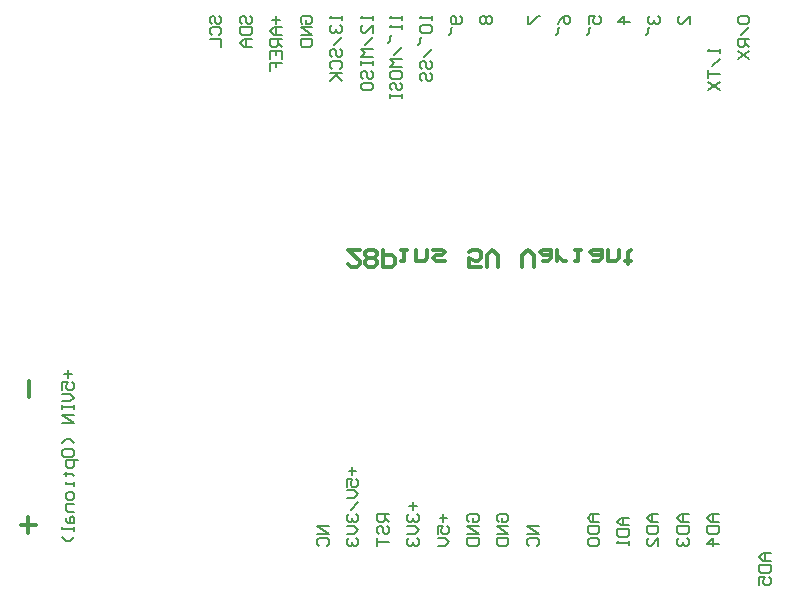
<source format=gbo>
G04 Layer_Color=32896*
%FSLAX44Y44*%
%MOMM*%
G71*
G01*
G75*
%ADD33C,0.2000*%
%ADD61C,0.3000*%
D33*
X568000Y74000D02*
X561335D01*
X558003Y70668D01*
X561335Y67336D01*
X568000D01*
X563002D01*
Y74000D01*
X558003Y64003D02*
X568000D01*
Y59005D01*
X566334Y57339D01*
X559669D01*
X558003Y59005D01*
Y64003D01*
X568000Y47342D02*
Y54006D01*
X561335Y47342D01*
X559669D01*
X558003Y49008D01*
Y52340D01*
X559669Y54006D01*
X663000Y41000D02*
X656336D01*
X653003Y37668D01*
X656336Y34335D01*
X663000D01*
X658002D01*
Y41000D01*
X653003Y31003D02*
X663000D01*
Y26005D01*
X661334Y24339D01*
X654669D01*
X653003Y26005D01*
Y31003D01*
Y14342D02*
Y21006D01*
X658002D01*
X656336Y17674D01*
Y16008D01*
X658002Y14342D01*
X661334D01*
X663000Y16008D01*
Y19340D01*
X661334Y21006D01*
X619000Y74000D02*
X612336D01*
X609003Y70668D01*
X612336Y67336D01*
X619000D01*
X614002D01*
Y74000D01*
X609003Y64003D02*
X619000D01*
Y59005D01*
X617334Y57339D01*
X610669D01*
X609003Y59005D01*
Y64003D01*
X619000Y49008D02*
X609003D01*
X614002Y54006D01*
Y47342D01*
X594000Y74000D02*
X587336D01*
X584003Y70668D01*
X587336Y67336D01*
X594000D01*
X589002D01*
Y74000D01*
X584003Y64003D02*
X594000D01*
Y59005D01*
X592334Y57339D01*
X585669D01*
X584003Y59005D01*
Y64003D01*
X585669Y54006D02*
X584003Y52340D01*
Y49008D01*
X585669Y47342D01*
X587336D01*
X589002Y49008D01*
Y50674D01*
Y49008D01*
X590668Y47342D01*
X592334D01*
X594000Y49008D01*
Y52340D01*
X592334Y54006D01*
X543000Y71000D02*
X536335D01*
X533003Y67668D01*
X536335Y64335D01*
X543000D01*
X538002D01*
Y71000D01*
X533003Y61003D02*
X543000D01*
Y56005D01*
X541334Y54339D01*
X534669D01*
X533003Y56005D01*
Y61003D01*
X543000Y51006D02*
Y47674D01*
Y49340D01*
X533003D01*
X534669Y51006D01*
X518000Y74000D02*
X511335D01*
X508003Y70668D01*
X511335Y67336D01*
X518000D01*
X513002D01*
Y74000D01*
X508003Y64003D02*
X518000D01*
Y59005D01*
X516334Y57339D01*
X509669D01*
X508003Y59005D01*
Y64003D01*
X509669Y54006D02*
X508003Y52340D01*
Y49008D01*
X509669Y47342D01*
X516334D01*
X518000Y49008D01*
Y52340D01*
X516334Y54006D01*
X509669D01*
X289000Y64000D02*
X279003D01*
X289000Y57336D01*
X279003D01*
X280669Y47339D02*
X279003Y49005D01*
Y52337D01*
X280669Y54003D01*
X287334D01*
X289000Y52337D01*
Y49005D01*
X287334Y47339D01*
X467000Y64000D02*
X457003D01*
X467000Y57336D01*
X457003D01*
X458669Y47339D02*
X457003Y49005D01*
Y52337D01*
X458669Y54003D01*
X465334D01*
X467000Y52337D01*
Y49005D01*
X465334Y47339D01*
X432669Y67336D02*
X431003Y69002D01*
Y72334D01*
X432669Y74000D01*
X439334D01*
X441000Y72334D01*
Y69002D01*
X439334Y67336D01*
X436002D01*
Y70668D01*
X441000Y64003D02*
X431003D01*
X441000Y57339D01*
X431003D01*
Y54006D02*
X441000D01*
Y49008D01*
X439334Y47342D01*
X432669D01*
X431003Y49008D01*
Y54006D01*
X407669Y67336D02*
X406003Y69002D01*
Y72334D01*
X407669Y74000D01*
X414334D01*
X416000Y72334D01*
Y69002D01*
X414334Y67336D01*
X411002D01*
Y70668D01*
X416000Y64003D02*
X406003D01*
X416000Y57339D01*
X406003D01*
Y54006D02*
X416000D01*
Y49008D01*
X414334Y47342D01*
X407669D01*
X406003Y49008D01*
Y54006D01*
X386002Y74000D02*
Y67336D01*
X382669Y70668D02*
X389334D01*
X381003Y57339D02*
Y64003D01*
X386002D01*
X384336Y60671D01*
Y59005D01*
X386002Y57339D01*
X389334D01*
X391000Y59005D01*
Y62337D01*
X389334Y64003D01*
X381003Y54006D02*
X387668D01*
X391000Y50674D01*
X387668Y47342D01*
X381003D01*
X360002Y84000D02*
Y77336D01*
X356669Y80668D02*
X363334D01*
X356669Y74003D02*
X355003Y72337D01*
Y69005D01*
X356669Y67339D01*
X358335D01*
X360002Y69005D01*
Y70671D01*
Y69005D01*
X361668Y67339D01*
X363334D01*
X365000Y69005D01*
Y72337D01*
X363334Y74003D01*
X355003Y64007D02*
X361668D01*
X365000Y60674D01*
X361668Y57342D01*
X355003D01*
X356669Y54010D02*
X355003Y52344D01*
Y49011D01*
X356669Y47345D01*
X358335D01*
X360002Y49011D01*
Y50677D01*
Y49011D01*
X361668Y47345D01*
X363334D01*
X365000Y49011D01*
Y52344D01*
X363334Y54010D01*
X340000Y74000D02*
X330003D01*
Y69002D01*
X331669Y67336D01*
X335002D01*
X336668Y69002D01*
Y74000D01*
Y70668D02*
X340000Y67336D01*
X331669Y57339D02*
X330003Y59005D01*
Y62337D01*
X331669Y64003D01*
X333335D01*
X335002Y62337D01*
Y59005D01*
X336668Y57339D01*
X338334D01*
X340000Y59005D01*
Y62337D01*
X338334Y64003D01*
X330003Y54006D02*
Y47342D01*
Y50674D01*
X340000D01*
X309002Y114000D02*
Y107336D01*
X305669Y110668D02*
X312334D01*
X304003Y97339D02*
Y104003D01*
X309002D01*
X307335Y100671D01*
Y99005D01*
X309002Y97339D01*
X312334D01*
X314000Y99005D01*
Y102337D01*
X312334Y104003D01*
X304003Y94006D02*
X310668D01*
X314000Y90674D01*
X310668Y87342D01*
X304003D01*
X314000Y84010D02*
X307335Y77345D01*
X305669Y74013D02*
X304003Y72347D01*
Y69015D01*
X305669Y67348D01*
X307335D01*
X309002Y69015D01*
Y70681D01*
Y69015D01*
X310668Y67348D01*
X312334D01*
X314000Y69015D01*
Y72347D01*
X312334Y74013D01*
X304003Y64016D02*
X310668D01*
X314000Y60684D01*
X310668Y57352D01*
X304003D01*
X305669Y54019D02*
X304003Y52353D01*
Y49021D01*
X305669Y47355D01*
X307335D01*
X309002Y49021D01*
Y50687D01*
Y49021D01*
X310668Y47355D01*
X312334D01*
X314000Y49021D01*
Y52353D01*
X312334Y54019D01*
X636669Y496000D02*
X635003Y494334D01*
Y491002D01*
X636669Y489336D01*
X643334D01*
X645000Y491002D01*
Y494334D01*
X643334Y496000D01*
X636669D01*
X645000Y486003D02*
X638335Y479339D01*
X645000Y476006D02*
X635003D01*
Y471008D01*
X636669Y469342D01*
X640002D01*
X641668Y471008D01*
Y476006D01*
Y472674D02*
X645000Y469342D01*
X635003Y466010D02*
X645000Y459345D01*
X635003D02*
X645000Y466010D01*
X620000Y468000D02*
Y464668D01*
Y466334D01*
X610003D01*
X611669Y468000D01*
X620000Y459669D02*
X613335Y453005D01*
X610003Y449673D02*
Y443008D01*
Y446340D01*
X620000D01*
X610003Y439676D02*
X620000Y433011D01*
X610003D02*
X620000Y439676D01*
X595000Y489336D02*
Y496000D01*
X588335Y489336D01*
X586669D01*
X585003Y491002D01*
Y494334D01*
X586669Y496000D01*
X560669D02*
X559003Y494334D01*
Y491002D01*
X560669Y489336D01*
X562336D01*
X564002Y491002D01*
Y492668D01*
Y491002D01*
X565668Y489336D01*
X567334D01*
X569000Y491002D01*
Y494334D01*
X567334Y496000D01*
X560669Y486003D02*
X559003Y484337D01*
Y481005D01*
X557337Y479339D01*
X544000Y491002D02*
X534003D01*
X539002Y496000D01*
Y489336D01*
X509003D02*
Y496000D01*
X514002D01*
X512336Y492668D01*
Y491002D01*
X514002Y489336D01*
X517334D01*
X519000Y491002D01*
Y494334D01*
X517334Y496000D01*
X510669Y486003D02*
X509003Y484337D01*
Y481005D01*
X507337Y479339D01*
X483003Y489336D02*
X484669Y492668D01*
X488002Y496000D01*
X491334D01*
X493000Y494334D01*
Y491002D01*
X491334Y489336D01*
X489668D01*
X488002Y491002D01*
Y496000D01*
X484669Y486003D02*
X483003Y484337D01*
Y481005D01*
X481337Y479339D01*
X458003Y496000D02*
Y489336D01*
X459669D01*
X466334Y496000D01*
X468000D01*
X418669D02*
X417003Y494334D01*
Y491002D01*
X418669Y489336D01*
X420336D01*
X422002Y491002D01*
X423668Y489336D01*
X425334D01*
X427000Y491002D01*
Y494334D01*
X425334Y496000D01*
X423668D01*
X422002Y494334D01*
X420336Y496000D01*
X418669D01*
X422002Y494334D02*
Y491002D01*
X400334Y496000D02*
X402000Y494334D01*
Y491002D01*
X400334Y489336D01*
X393669D01*
X392003Y491002D01*
Y494334D01*
X393669Y496000D01*
X395336D01*
X397002Y494334D01*
Y489336D01*
X393669Y486003D02*
X392003Y484337D01*
Y481005D01*
X390337Y479339D01*
X376000Y496000D02*
Y492668D01*
Y494334D01*
X366003D01*
X367669Y496000D01*
Y487669D02*
X366003Y486003D01*
Y482671D01*
X367669Y481005D01*
X374334D01*
X376000Y482671D01*
Y486003D01*
X374334Y487669D01*
X367669D01*
Y477673D02*
X366003Y476006D01*
Y472674D01*
X364337Y471008D01*
X376000Y467676D02*
X369336Y461011D01*
X367669Y451015D02*
X366003Y452681D01*
Y456013D01*
X367669Y457679D01*
X369336D01*
X371002Y456013D01*
Y452681D01*
X372668Y451015D01*
X374334D01*
X376000Y452681D01*
Y456013D01*
X374334Y457679D01*
X367669Y441018D02*
X366003Y442684D01*
Y446016D01*
X367669Y447682D01*
X369336D01*
X371002Y446016D01*
Y442684D01*
X372668Y441018D01*
X374334D01*
X376000Y442684D01*
Y446016D01*
X374334Y447682D01*
X351000Y496000D02*
Y492668D01*
Y494334D01*
X341003D01*
X342669Y496000D01*
X351000Y487669D02*
Y484337D01*
Y486003D01*
X341003D01*
X342669Y487669D01*
Y479339D02*
X341003Y477673D01*
Y474340D01*
X339337Y472674D01*
X351000Y469342D02*
X344336Y462677D01*
X351000Y459345D02*
X341003D01*
X344336Y456013D01*
X341003Y452681D01*
X351000D01*
X341003Y444350D02*
Y447682D01*
X342669Y449348D01*
X349334D01*
X351000Y447682D01*
Y444350D01*
X349334Y442684D01*
X342669D01*
X341003Y444350D01*
X342669Y432687D02*
X341003Y434353D01*
Y437686D01*
X342669Y439352D01*
X344336D01*
X346002Y437686D01*
Y434353D01*
X347668Y432687D01*
X349334D01*
X351000Y434353D01*
Y437686D01*
X349334Y439352D01*
X341003Y429355D02*
Y426023D01*
Y427689D01*
X351000D01*
Y429355D01*
Y426023D01*
X326000Y496000D02*
Y492668D01*
Y494334D01*
X316003D01*
X317669Y496000D01*
X326000Y481005D02*
Y487669D01*
X319335Y481005D01*
X317669D01*
X316003Y482671D01*
Y486003D01*
X317669Y487669D01*
X326000Y477673D02*
X319335Y471008D01*
X326000Y467676D02*
X316003D01*
X319335Y464343D01*
X316003Y461011D01*
X326000D01*
X316003Y457679D02*
Y454347D01*
Y456013D01*
X326000D01*
Y457679D01*
Y454347D01*
X317669Y442684D02*
X316003Y444350D01*
Y447682D01*
X317669Y449348D01*
X319335D01*
X321002Y447682D01*
Y444350D01*
X322668Y442684D01*
X324334D01*
X326000Y444350D01*
Y447682D01*
X324334Y449348D01*
X316003Y434353D02*
Y437686D01*
X317669Y439352D01*
X324334D01*
X326000Y437686D01*
Y434353D01*
X324334Y432687D01*
X317669D01*
X316003Y434353D01*
X300000Y496000D02*
Y492668D01*
Y494334D01*
X290003D01*
X291669Y496000D01*
Y487669D02*
X290003Y486003D01*
Y482671D01*
X291669Y481005D01*
X293335D01*
X295002Y482671D01*
Y484337D01*
Y482671D01*
X296668Y481005D01*
X298334D01*
X300000Y482671D01*
Y486003D01*
X298334Y487669D01*
X300000Y477673D02*
X293335Y471008D01*
X291669Y461011D02*
X290003Y462677D01*
Y466010D01*
X291669Y467676D01*
X293335D01*
X295002Y466010D01*
Y462677D01*
X296668Y461011D01*
X298334D01*
X300000Y462677D01*
Y466010D01*
X298334Y467676D01*
X291669Y451015D02*
X290003Y452681D01*
Y456013D01*
X291669Y457679D01*
X298334D01*
X300000Y456013D01*
Y452681D01*
X298334Y451015D01*
X290003Y447682D02*
X300000D01*
X296668D01*
X290003Y441018D01*
X295002Y446016D01*
X300000Y441018D01*
X266669Y489336D02*
X265003Y491002D01*
Y494334D01*
X266669Y496000D01*
X273334D01*
X275000Y494334D01*
Y491002D01*
X273334Y489336D01*
X270002D01*
Y492668D01*
X275000Y486003D02*
X265003D01*
X275000Y479339D01*
X265003D01*
Y476006D02*
X275000D01*
Y471008D01*
X273334Y469342D01*
X266669D01*
X265003Y471008D01*
Y476006D01*
X244002Y496000D02*
Y489336D01*
X240669Y492668D02*
X247334D01*
X249000Y486003D02*
X242335D01*
X239003Y482671D01*
X242335Y479339D01*
X249000D01*
X244002D01*
Y486003D01*
X249000Y476006D02*
X239003D01*
Y471008D01*
X240669Y469342D01*
X244002D01*
X245668Y471008D01*
Y476006D01*
Y472674D02*
X249000Y469342D01*
X239003Y459345D02*
Y466010D01*
X249000D01*
Y459345D01*
X244002Y466010D02*
Y462677D01*
X239003Y449348D02*
Y456013D01*
X244002D01*
Y452681D01*
Y456013D01*
X249000D01*
X215669Y489336D02*
X214003Y491002D01*
Y494334D01*
X215669Y496000D01*
X217335D01*
X219002Y494334D01*
Y491002D01*
X220668Y489336D01*
X222334D01*
X224000Y491002D01*
Y494334D01*
X222334Y496000D01*
X214003Y486003D02*
X224000D01*
Y481005D01*
X222334Y479339D01*
X215669D01*
X214003Y481005D01*
Y486003D01*
X224000Y476006D02*
X217335D01*
X214003Y472674D01*
X217335Y469342D01*
X224000D01*
X219002D01*
Y476006D01*
X189669Y489336D02*
X188003Y491002D01*
Y494334D01*
X189669Y496000D01*
X191336D01*
X193002Y494334D01*
Y491002D01*
X194668Y489336D01*
X196334D01*
X198000Y491002D01*
Y494334D01*
X196334Y496000D01*
X189669Y479339D02*
X188003Y481005D01*
Y484337D01*
X189669Y486003D01*
X196334D01*
X198000Y484337D01*
Y481005D01*
X196334Y479339D01*
X188003Y476006D02*
X198000D01*
Y469342D01*
X68002Y196000D02*
Y189335D01*
X64669Y192668D02*
X71334D01*
X63003Y179339D02*
Y186003D01*
X68002D01*
X66336Y182671D01*
Y181005D01*
X68002Y179339D01*
X71334D01*
X73000Y181005D01*
Y184337D01*
X71334Y186003D01*
X63003Y176006D02*
X69668D01*
X73000Y172674D01*
X69668Y169342D01*
X63003D01*
Y166010D02*
Y162677D01*
Y164343D01*
X73000D01*
Y166010D01*
Y162677D01*
Y157679D02*
X63003D01*
X73000Y151014D01*
X63003D01*
X73000Y134353D02*
X69668Y137685D01*
X66336D01*
X63003Y134353D01*
Y124356D02*
Y127689D01*
X64669Y129355D01*
X71334D01*
X73000Y127689D01*
Y124356D01*
X71334Y122690D01*
X64669D01*
X63003Y124356D01*
X76332Y119358D02*
X66336D01*
Y114360D01*
X68002Y112694D01*
X71334D01*
X73000Y114360D01*
Y119358D01*
X64669Y107695D02*
X66336D01*
Y109361D01*
Y106029D01*
Y107695D01*
X71334D01*
X73000Y106029D01*
Y101031D02*
Y97698D01*
Y99365D01*
X66336D01*
Y101031D01*
X73000Y91034D02*
Y87702D01*
X71334Y86035D01*
X68002D01*
X66336Y87702D01*
Y91034D01*
X68002Y92700D01*
X71334D01*
X73000Y91034D01*
Y82703D02*
X66336D01*
Y77705D01*
X68002Y76039D01*
X73000D01*
X66336Y71040D02*
Y67708D01*
X68002Y66042D01*
X73000D01*
Y71040D01*
X71334Y72706D01*
X69668Y71040D01*
Y66042D01*
X73000Y62710D02*
Y59377D01*
Y61044D01*
X63003D01*
Y62710D01*
X73000Y54379D02*
X69668Y51047D01*
X66336D01*
X63003Y54379D01*
D61*
X314997Y298000D02*
X305000D01*
X314997Y288003D01*
Y285504D01*
X312498Y283005D01*
X307499D01*
X305000Y285504D01*
X319995D02*
X322494Y283005D01*
X327493D01*
X329992Y285504D01*
Y288003D01*
X327493Y290502D01*
X329992Y293002D01*
Y295501D01*
X327493Y298000D01*
X322494D01*
X319995Y295501D01*
Y293002D01*
X322494Y290502D01*
X319995Y288003D01*
Y285504D01*
X322494Y290502D02*
X327493D01*
X334990Y298000D02*
Y283005D01*
X342488D01*
X344987Y285504D01*
Y290502D01*
X342488Y293002D01*
X334990D01*
X349985Y298000D02*
X354984D01*
X352485D01*
Y288003D01*
X349985D01*
X362481Y298000D02*
Y288003D01*
X369979D01*
X372478Y290502D01*
Y298000D01*
X377477D02*
X384974D01*
X387473Y295501D01*
X384974Y293002D01*
X379976D01*
X377477Y290502D01*
X379976Y288003D01*
X387473D01*
X417464Y283005D02*
X407467D01*
Y290502D01*
X412465Y288003D01*
X414964D01*
X417464Y290502D01*
Y295501D01*
X414964Y298000D01*
X409966D01*
X407467Y295501D01*
X422462Y283005D02*
Y293002D01*
X427460Y298000D01*
X432459Y293002D01*
Y283005D01*
X452452D02*
Y293002D01*
X457451Y298000D01*
X462449Y293002D01*
Y283005D01*
X469947Y288003D02*
X474945D01*
X477444Y290502D01*
Y298000D01*
X469947D01*
X467447Y295501D01*
X469947Y293002D01*
X477444D01*
X482443Y288003D02*
Y298000D01*
Y293002D01*
X484942Y290502D01*
X487441Y288003D01*
X489940D01*
X497438Y298000D02*
X502436D01*
X499937D01*
Y288003D01*
X497438D01*
X512433D02*
X517431D01*
X519930Y290502D01*
Y298000D01*
X512433D01*
X509934Y295501D01*
X512433Y293002D01*
X519930D01*
X524929Y298000D02*
Y288003D01*
X532426D01*
X534925Y290502D01*
Y298000D01*
X542423Y285504D02*
Y288003D01*
X539924D01*
X544922D01*
X542423D01*
Y295501D01*
X544922Y298000D01*
X35003Y173000D02*
Y186329D01*
X28000Y64997D02*
X41329D01*
X34664Y71661D02*
Y58332D01*
M02*

</source>
